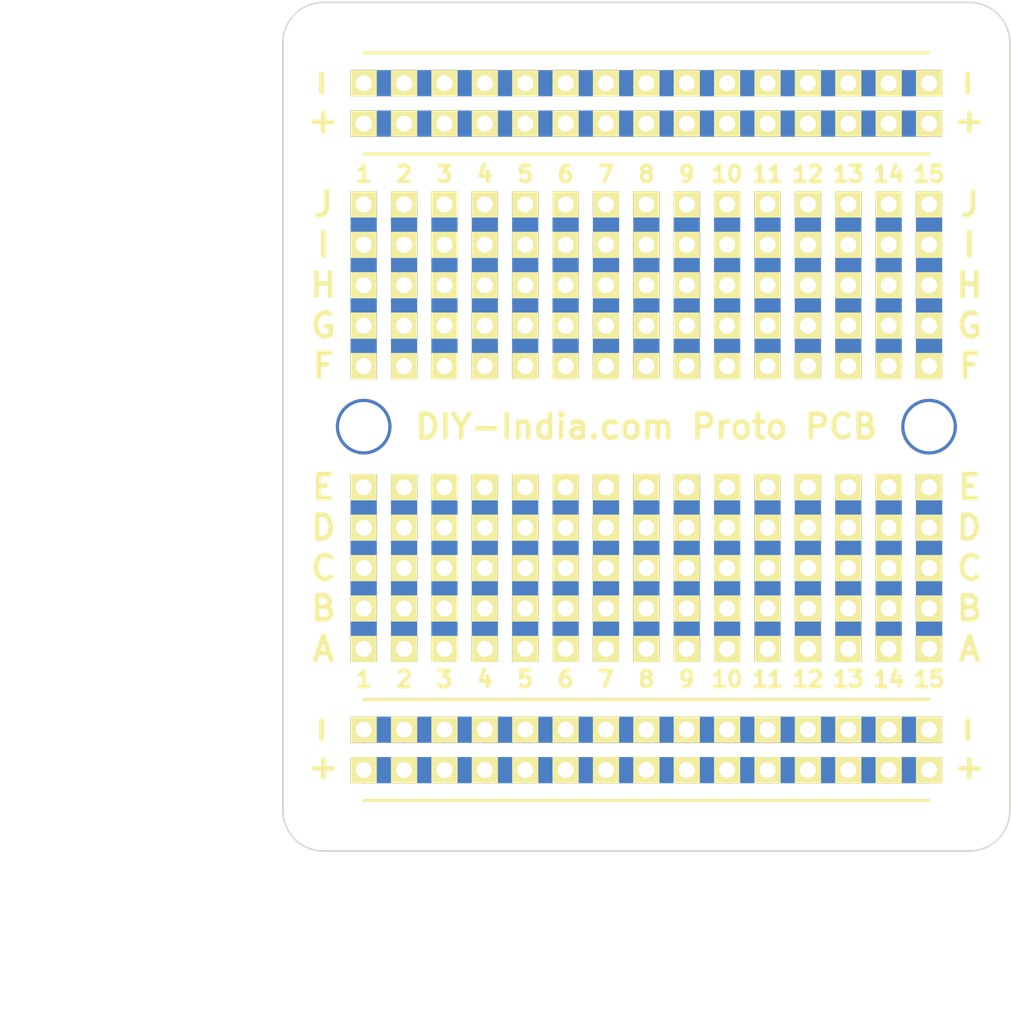
<source format=kicad_pcb>
(kicad_pcb (version 4) (host pcbnew 4.0.1-stable)

  (general
    (links 176)
    (no_connects 0)
    (area 82.170002 63.449999 158.4074 129.7)
    (thickness 1.6)
    (drawings 73)
    (tracks 176)
    (zones 0)
    (modules 16)
    (nets 35)
  )

  (page A4)
  (title_block
    (title "DIYI PROTOTYPING PCB")
    (date 2016-01-31)
    (rev A)
    (company ASENSAR)
  )

  (layers
    (0 F.Cu signal)
    (31 B.Cu signal)
    (36 B.SilkS user)
    (37 F.SilkS user)
    (38 B.Mask user)
    (39 F.Mask user)
    (40 Dwgs.User user)
    (41 Cmts.User user)
    (44 Edge.Cuts user)
  )

  (setup
    (last_trace_width 1.65)
    (user_trace_width 0.5)
    (user_trace_width 1.5)
    (user_trace_width 1.6)
    (user_trace_width 1.65)
    (trace_clearance 0.1524)
    (zone_clearance 0.508)
    (zone_45_only no)
    (trace_min 0.1524)
    (segment_width 0.2)
    (edge_width 0.1)
    (via_size 0.6858)
    (via_drill 0.3302)
    (via_min_size 0.6858)
    (via_min_drill 0.3302)
    (uvia_size 0.762)
    (uvia_drill 0.508)
    (uvias_allowed no)
    (uvia_min_size 0)
    (uvia_min_drill 0)
    (pcb_text_width 0.3)
    (pcb_text_size 1.5 1.5)
    (mod_edge_width 0.15)
    (mod_text_size 1 1)
    (mod_text_width 0.15)
    (pad_size 3.5 3.5)
    (pad_drill 3.1)
    (pad_to_mask_clearance 0)
    (aux_axis_origin 0 0)
    (visible_elements 7FFFFFFF)
    (pcbplotparams
      (layerselection 0x010f0_80000001)
      (usegerberextensions true)
      (excludeedgelayer true)
      (linewidth 0.100000)
      (plotframeref false)
      (viasonmask false)
      (mode 1)
      (useauxorigin false)
      (hpglpennumber 1)
      (hpglpenspeed 20)
      (hpglpendiameter 15)
      (hpglpenoverlay 2)
      (psnegative false)
      (psa4output false)
      (plotreference true)
      (plotvalue true)
      (plotinvisibletext false)
      (padsonsilk false)
      (subtractmaskfromsilk false)
      (outputformat 1)
      (mirror false)
      (drillshape 0)
      (scaleselection 1)
      (outputdirectory protoboard_s_2/))
  )

  (net 0 "")
  (net 1 "Net-(P1-Pad1)")
  (net 2 "Net-(P2-Pad1)")
  (net 3 "Net-(P3-Pad14)")
  (net 4 "Net-(P3-Pad13)")
  (net 5 "Net-(P3-Pad12)")
  (net 6 "Net-(P3-Pad11)")
  (net 7 "Net-(P3-Pad10)")
  (net 8 "Net-(P3-Pad9)")
  (net 9 "Net-(P3-Pad8)")
  (net 10 "Net-(P3-Pad7)")
  (net 11 "Net-(P3-Pad6)")
  (net 12 "Net-(P3-Pad5)")
  (net 13 "Net-(P3-Pad4)")
  (net 14 "Net-(P3-Pad3)")
  (net 15 "Net-(P3-Pad2)")
  (net 16 "Net-(P3-Pad1)")
  (net 17 "Net-(P8-Pad1)")
  (net 18 "Net-(P9-Pad1)")
  (net 19 "Net-(P10-Pad14)")
  (net 20 "Net-(P10-Pad13)")
  (net 21 "Net-(P10-Pad12)")
  (net 22 "Net-(P10-Pad11)")
  (net 23 "Net-(P10-Pad10)")
  (net 24 "Net-(P10-Pad9)")
  (net 25 "Net-(P10-Pad8)")
  (net 26 "Net-(P10-Pad7)")
  (net 27 "Net-(P10-Pad6)")
  (net 28 "Net-(P10-Pad5)")
  (net 29 "Net-(P10-Pad4)")
  (net 30 "Net-(P10-Pad3)")
  (net 31 "Net-(P10-Pad2)")
  (net 32 "Net-(P10-Pad1)")
  (net 33 "Net-(P3-Pad15)")
  (net 34 "Net-(P10-Pad15)")

  (net_class Default "This is the default net class."
    (clearance 0.1524)
    (trace_width 0.1524)
    (via_dia 0.6858)
    (via_drill 0.3302)
    (uvia_dia 0.762)
    (uvia_drill 0.508)
    (add_net "Net-(P1-Pad1)")
    (add_net "Net-(P10-Pad1)")
    (add_net "Net-(P10-Pad10)")
    (add_net "Net-(P10-Pad11)")
    (add_net "Net-(P10-Pad12)")
    (add_net "Net-(P10-Pad13)")
    (add_net "Net-(P10-Pad14)")
    (add_net "Net-(P10-Pad15)")
    (add_net "Net-(P10-Pad2)")
    (add_net "Net-(P10-Pad3)")
    (add_net "Net-(P10-Pad4)")
    (add_net "Net-(P10-Pad5)")
    (add_net "Net-(P10-Pad6)")
    (add_net "Net-(P10-Pad7)")
    (add_net "Net-(P10-Pad8)")
    (add_net "Net-(P10-Pad9)")
    (add_net "Net-(P2-Pad1)")
    (add_net "Net-(P3-Pad1)")
    (add_net "Net-(P3-Pad10)")
    (add_net "Net-(P3-Pad11)")
    (add_net "Net-(P3-Pad12)")
    (add_net "Net-(P3-Pad13)")
    (add_net "Net-(P3-Pad14)")
    (add_net "Net-(P3-Pad15)")
    (add_net "Net-(P3-Pad2)")
    (add_net "Net-(P3-Pad3)")
    (add_net "Net-(P3-Pad4)")
    (add_net "Net-(P3-Pad5)")
    (add_net "Net-(P3-Pad6)")
    (add_net "Net-(P3-Pad7)")
    (add_net "Net-(P3-Pad8)")
    (add_net "Net-(P3-Pad9)")
    (add_net "Net-(P8-Pad1)")
    (add_net "Net-(P9-Pad1)")
  )

  (module aSensar:Mount_Hole_3mm (layer F.Cu) (tedit 57B3521D) (tstamp 56ADF6F0)
    (at 140.97 90.17 90)
    (descr "module 1 pin (ou trou mecanique de percage)")
    (tags DEV)
    (fp_text reference "" (at 0 -3.048 90) (layer F.SilkS) hide
      (effects (font (size 1 1) (thickness 0.15)))
    )
    (fp_text value "" (at 0 2.794 90) (layer F.Fab) hide
      (effects (font (size 1 1) (thickness 0.15)))
    )
    (pad 1 thru_hole circle (at 0 0 90) (size 3.5 3.5) (drill 3.1) (layers *.Cu *.Paste *.Mask))
  )

  (module aSensar:Mount_Hole_3mm (layer F.Cu) (tedit 57B35213) (tstamp 56ADF504)
    (at 105.41 90.17 90)
    (descr "module 1 pin (ou trou mecanique de percage)")
    (tags DEV)
    (fp_text reference "" (at 0 -3.048 90) (layer F.SilkS) hide
      (effects (font (size 1 1) (thickness 0.15)))
    )
    (fp_text value "" (at 0 2.794 90) (layer F.Fab) hide
      (effects (font (size 1 1) (thickness 0.15)))
    )
    (pad 1 thru_hole circle (at 0 0 90) (size 3.5 3.5) (drill 3.1) (layers *.Cu *.Paste *.Mask))
  )

  (module aSensar_Footprint:BreadBoard_15Pin (layer F.Cu) (tedit 5749A586) (tstamp 56ADE885)
    (at 140.97 109.22 90)
    (path /56ADDEB1)
    (fp_text reference P1 (at -7.62 11.43 90) (layer F.SilkS) hide
      (effects (font (size 1 1) (thickness 0.15)))
    )
    (fp_text value CONN_01X15 (at -5.08 16.51 90) (layer F.Fab) hide
      (effects (font (size 1 1) (thickness 0.15)))
    )
    (pad 15 thru_hole rect (at 0 -35.56 90) (size 1.65 1.65) (drill 1) (layers *.Cu *.Mask F.SilkS)
      (net 1 "Net-(P1-Pad1)"))
    (pad 14 thru_hole rect (at 0 -33.02 90) (size 1.65 1.65) (drill 1) (layers *.Cu *.Mask F.SilkS)
      (net 1 "Net-(P1-Pad1)"))
    (pad 13 thru_hole rect (at 0 -30.48 90) (size 1.65 1.65) (drill 1) (layers *.Cu *.Mask F.SilkS)
      (net 1 "Net-(P1-Pad1)"))
    (pad 12 thru_hole rect (at 0 -27.94 90) (size 1.65 1.65) (drill 1) (layers *.Cu *.Mask F.SilkS)
      (net 1 "Net-(P1-Pad1)"))
    (pad 11 thru_hole rect (at 0 -25.4 90) (size 1.65 1.65) (drill 1) (layers *.Cu *.Mask F.SilkS)
      (net 1 "Net-(P1-Pad1)"))
    (pad 10 thru_hole rect (at 0 -22.86 90) (size 1.65 1.65) (drill 1) (layers *.Cu *.Mask F.SilkS)
      (net 1 "Net-(P1-Pad1)"))
    (pad 9 thru_hole rect (at 0 -20.32 90) (size 1.65 1.65) (drill 1) (layers *.Cu *.Mask F.SilkS)
      (net 1 "Net-(P1-Pad1)"))
    (pad 8 thru_hole rect (at 0 -17.78 90) (size 1.65 1.65) (drill 1) (layers *.Cu *.Mask F.SilkS)
      (net 1 "Net-(P1-Pad1)"))
    (pad 7 thru_hole rect (at 0 -15.24 90) (size 1.65 1.65) (drill 1) (layers *.Cu *.Mask F.SilkS)
      (net 1 "Net-(P1-Pad1)"))
    (pad 6 thru_hole rect (at 0 -12.7 90) (size 1.65 1.65) (drill 1) (layers *.Cu *.Mask F.SilkS)
      (net 1 "Net-(P1-Pad1)"))
    (pad 5 thru_hole rect (at 0 -10.16 90) (size 1.65 1.65) (drill 1) (layers *.Cu *.Mask F.SilkS)
      (net 1 "Net-(P1-Pad1)"))
    (pad 4 thru_hole rect (at 0 -7.62 90) (size 1.65 1.65) (drill 1) (layers *.Cu *.Mask F.SilkS)
      (net 1 "Net-(P1-Pad1)"))
    (pad 3 thru_hole rect (at 0 -5.08 90) (size 1.65 1.65) (drill 1) (layers *.Cu *.Mask F.SilkS)
      (net 1 "Net-(P1-Pad1)"))
    (pad 2 thru_hole rect (at 0 -2.54 90) (size 1.65 1.65) (drill 1) (layers *.Cu *.Mask F.SilkS)
      (net 1 "Net-(P1-Pad1)"))
    (pad 1 thru_hole rect (at 0 0 90) (size 1.65 1.65) (drill 1) (layers *.Cu *.Mask F.SilkS)
      (net 1 "Net-(P1-Pad1)"))
  )

  (module aSensar_Footprint:BreadBoard_15Pin (layer F.Cu) (tedit 5749A576) (tstamp 56ADE898)
    (at 140.97 111.76 90)
    (path /56ADDEEF)
    (fp_text reference P2 (at -3.81 13.97 90) (layer F.SilkS) hide
      (effects (font (size 1 1) (thickness 0.15)))
    )
    (fp_text value CONN_01X15 (at -5.08 16.51 90) (layer F.Fab) hide
      (effects (font (size 1 1) (thickness 0.15)))
    )
    (pad 15 thru_hole rect (at 0 -35.56 90) (size 1.65 1.65) (drill 1) (layers *.Cu *.Mask F.SilkS)
      (net 2 "Net-(P2-Pad1)"))
    (pad 14 thru_hole rect (at 0 -33.02 90) (size 1.65 1.65) (drill 1) (layers *.Cu *.Mask F.SilkS)
      (net 2 "Net-(P2-Pad1)"))
    (pad 13 thru_hole rect (at 0 -30.48 90) (size 1.65 1.65) (drill 1) (layers *.Cu *.Mask F.SilkS)
      (net 2 "Net-(P2-Pad1)"))
    (pad 12 thru_hole rect (at 0 -27.94 90) (size 1.65 1.65) (drill 1) (layers *.Cu *.Mask F.SilkS)
      (net 2 "Net-(P2-Pad1)"))
    (pad 11 thru_hole rect (at 0 -25.4 90) (size 1.65 1.65) (drill 1) (layers *.Cu *.Mask F.SilkS)
      (net 2 "Net-(P2-Pad1)"))
    (pad 10 thru_hole rect (at 0 -22.86 90) (size 1.65 1.65) (drill 1) (layers *.Cu *.Mask F.SilkS)
      (net 2 "Net-(P2-Pad1)"))
    (pad 9 thru_hole rect (at 0 -20.32 90) (size 1.65 1.65) (drill 1) (layers *.Cu *.Mask F.SilkS)
      (net 2 "Net-(P2-Pad1)"))
    (pad 8 thru_hole rect (at 0 -17.78 90) (size 1.65 1.65) (drill 1) (layers *.Cu *.Mask F.SilkS)
      (net 2 "Net-(P2-Pad1)"))
    (pad 7 thru_hole rect (at 0 -15.24 90) (size 1.65 1.65) (drill 1) (layers *.Cu *.Mask F.SilkS)
      (net 2 "Net-(P2-Pad1)"))
    (pad 6 thru_hole rect (at 0 -12.7 90) (size 1.65 1.65) (drill 1) (layers *.Cu *.Mask F.SilkS)
      (net 2 "Net-(P2-Pad1)"))
    (pad 5 thru_hole rect (at 0 -10.16 90) (size 1.65 1.65) (drill 1) (layers *.Cu *.Mask F.SilkS)
      (net 2 "Net-(P2-Pad1)"))
    (pad 4 thru_hole rect (at 0 -7.62 90) (size 1.65 1.65) (drill 1) (layers *.Cu *.Mask F.SilkS)
      (net 2 "Net-(P2-Pad1)"))
    (pad 3 thru_hole rect (at 0 -5.08 90) (size 1.65 1.65) (drill 1) (layers *.Cu *.Mask F.SilkS)
      (net 2 "Net-(P2-Pad1)"))
    (pad 2 thru_hole rect (at 0 -2.54 90) (size 1.65 1.65) (drill 1) (layers *.Cu *.Mask F.SilkS)
      (net 2 "Net-(P2-Pad1)"))
    (pad 1 thru_hole rect (at 0 0 90) (size 1.65 1.65) (drill 1) (layers *.Cu *.Mask F.SilkS)
      (net 2 "Net-(P2-Pad1)"))
  )

  (module aSensar_Footprint:BreadBoard_15Pin (layer F.Cu) (tedit 5749A584) (tstamp 56ADE8AB)
    (at 140.97 83.82 90)
    (path /56ADDDB0)
    (fp_text reference P3 (at -12.7 13.97 90) (layer F.SilkS) hide
      (effects (font (size 1 1) (thickness 0.15)))
    )
    (fp_text value CONN_01X15 (at -5.08 16.51 90) (layer F.Fab) hide
      (effects (font (size 1 1) (thickness 0.15)))
    )
    (pad 15 thru_hole rect (at 0 -35.56 90) (size 1.65 1.65) (drill 1) (layers *.Cu *.Mask F.SilkS)
      (net 33 "Net-(P3-Pad15)"))
    (pad 14 thru_hole rect (at 0 -33.02 90) (size 1.65 1.65) (drill 1) (layers *.Cu *.Mask F.SilkS)
      (net 3 "Net-(P3-Pad14)"))
    (pad 13 thru_hole rect (at 0 -30.48 90) (size 1.65 1.65) (drill 1) (layers *.Cu *.Mask F.SilkS)
      (net 4 "Net-(P3-Pad13)"))
    (pad 12 thru_hole rect (at 0 -27.94 90) (size 1.65 1.65) (drill 1) (layers *.Cu *.Mask F.SilkS)
      (net 5 "Net-(P3-Pad12)"))
    (pad 11 thru_hole rect (at 0 -25.4 90) (size 1.65 1.65) (drill 1) (layers *.Cu *.Mask F.SilkS)
      (net 6 "Net-(P3-Pad11)"))
    (pad 10 thru_hole rect (at 0 -22.86 90) (size 1.65 1.65) (drill 1) (layers *.Cu *.Mask F.SilkS)
      (net 7 "Net-(P3-Pad10)"))
    (pad 9 thru_hole rect (at 0 -20.32 90) (size 1.65 1.65) (drill 1) (layers *.Cu *.Mask F.SilkS)
      (net 8 "Net-(P3-Pad9)"))
    (pad 8 thru_hole rect (at 0 -17.78 90) (size 1.65 1.65) (drill 1) (layers *.Cu *.Mask F.SilkS)
      (net 9 "Net-(P3-Pad8)"))
    (pad 7 thru_hole rect (at 0 -15.24 90) (size 1.65 1.65) (drill 1) (layers *.Cu *.Mask F.SilkS)
      (net 10 "Net-(P3-Pad7)"))
    (pad 6 thru_hole rect (at 0 -12.7 90) (size 1.65 1.65) (drill 1) (layers *.Cu *.Mask F.SilkS)
      (net 11 "Net-(P3-Pad6)"))
    (pad 5 thru_hole rect (at 0 -10.16 90) (size 1.65 1.65) (drill 1) (layers *.Cu *.Mask F.SilkS)
      (net 12 "Net-(P3-Pad5)"))
    (pad 4 thru_hole rect (at 0 -7.62 90) (size 1.65 1.65) (drill 1) (layers *.Cu *.Mask F.SilkS)
      (net 13 "Net-(P3-Pad4)"))
    (pad 3 thru_hole rect (at 0 -5.08 90) (size 1.65 1.65) (drill 1) (layers *.Cu *.Mask F.SilkS)
      (net 14 "Net-(P3-Pad3)"))
    (pad 2 thru_hole rect (at 0 -2.54 90) (size 1.65 1.65) (drill 1) (layers *.Cu *.Mask F.SilkS)
      (net 15 "Net-(P3-Pad2)"))
    (pad 1 thru_hole rect (at 0 0 90) (size 1.65 1.65) (drill 1) (layers *.Cu *.Mask F.SilkS)
      (net 16 "Net-(P3-Pad1)"))
  )

  (module aSensar_Footprint:BreadBoard_15Pin (layer F.Cu) (tedit 5749A582) (tstamp 56ADE8BE)
    (at 140.97 86.36 90)
    (path /56ADDE0D)
    (fp_text reference P4 (at -10.16 13.97 90) (layer F.SilkS) hide
      (effects (font (size 1 1) (thickness 0.15)))
    )
    (fp_text value CONN_01X15 (at -5.08 16.51 90) (layer F.Fab) hide
      (effects (font (size 1 1) (thickness 0.15)))
    )
    (pad 15 thru_hole rect (at 0 -35.56 90) (size 1.65 1.65) (drill 1) (layers *.Cu *.Mask F.SilkS)
      (net 33 "Net-(P3-Pad15)"))
    (pad 14 thru_hole rect (at 0 -33.02 90) (size 1.65 1.65) (drill 1) (layers *.Cu *.Mask F.SilkS)
      (net 3 "Net-(P3-Pad14)"))
    (pad 13 thru_hole rect (at 0 -30.48 90) (size 1.65 1.65) (drill 1) (layers *.Cu *.Mask F.SilkS)
      (net 4 "Net-(P3-Pad13)"))
    (pad 12 thru_hole rect (at 0 -27.94 90) (size 1.65 1.65) (drill 1) (layers *.Cu *.Mask F.SilkS)
      (net 5 "Net-(P3-Pad12)"))
    (pad 11 thru_hole rect (at 0 -25.4 90) (size 1.65 1.65) (drill 1) (layers *.Cu *.Mask F.SilkS)
      (net 6 "Net-(P3-Pad11)"))
    (pad 10 thru_hole rect (at 0 -22.86 90) (size 1.65 1.65) (drill 1) (layers *.Cu *.Mask F.SilkS)
      (net 7 "Net-(P3-Pad10)"))
    (pad 9 thru_hole rect (at 0 -20.32 90) (size 1.65 1.65) (drill 1) (layers *.Cu *.Mask F.SilkS)
      (net 8 "Net-(P3-Pad9)"))
    (pad 8 thru_hole rect (at 0 -17.78 90) (size 1.65 1.65) (drill 1) (layers *.Cu *.Mask F.SilkS)
      (net 9 "Net-(P3-Pad8)"))
    (pad 7 thru_hole rect (at 0 -15.24 90) (size 1.65 1.65) (drill 1) (layers *.Cu *.Mask F.SilkS)
      (net 10 "Net-(P3-Pad7)"))
    (pad 6 thru_hole rect (at 0 -12.7 90) (size 1.65 1.65) (drill 1) (layers *.Cu *.Mask F.SilkS)
      (net 11 "Net-(P3-Pad6)"))
    (pad 5 thru_hole rect (at 0 -10.16 90) (size 1.65 1.65) (drill 1) (layers *.Cu *.Mask F.SilkS)
      (net 12 "Net-(P3-Pad5)"))
    (pad 4 thru_hole rect (at 0 -7.62 90) (size 1.65 1.65) (drill 1) (layers *.Cu *.Mask F.SilkS)
      (net 13 "Net-(P3-Pad4)"))
    (pad 3 thru_hole rect (at 0 -5.08 90) (size 1.65 1.65) (drill 1) (layers *.Cu *.Mask F.SilkS)
      (net 14 "Net-(P3-Pad3)"))
    (pad 2 thru_hole rect (at 0 -2.54 90) (size 1.65 1.65) (drill 1) (layers *.Cu *.Mask F.SilkS)
      (net 15 "Net-(P3-Pad2)"))
    (pad 1 thru_hole rect (at 0 0 90) (size 1.65 1.65) (drill 1) (layers *.Cu *.Mask F.SilkS)
      (net 16 "Net-(P3-Pad1)"))
  )

  (module aSensar_Footprint:BreadBoard_15Pin (layer F.Cu) (tedit 5749A562) (tstamp 56ADE8D1)
    (at 140.97 81.28 90)
    (path /56ADDE35)
    (fp_text reference P5 (at -10.16 10.16 90) (layer F.SilkS) hide
      (effects (font (size 1 1) (thickness 0.15)))
    )
    (fp_text value CONN_01X15 (at -5.08 16.51 90) (layer F.Fab) hide
      (effects (font (size 1 1) (thickness 0.15)))
    )
    (pad 15 thru_hole rect (at 0 -35.56 90) (size 1.65 1.65) (drill 1) (layers *.Cu *.Mask F.SilkS)
      (net 33 "Net-(P3-Pad15)"))
    (pad 14 thru_hole rect (at 0 -33.02 90) (size 1.65 1.65) (drill 1) (layers *.Cu *.Mask F.SilkS)
      (net 3 "Net-(P3-Pad14)"))
    (pad 13 thru_hole rect (at 0 -30.48 90) (size 1.65 1.65) (drill 1) (layers *.Cu *.Mask F.SilkS)
      (net 4 "Net-(P3-Pad13)"))
    (pad 12 thru_hole rect (at 0 -27.94 90) (size 1.65 1.65) (drill 1) (layers *.Cu *.Mask F.SilkS)
      (net 5 "Net-(P3-Pad12)"))
    (pad 11 thru_hole rect (at 0 -25.4 90) (size 1.65 1.65) (drill 1) (layers *.Cu *.Mask F.SilkS)
      (net 6 "Net-(P3-Pad11)"))
    (pad 10 thru_hole rect (at 0 -22.86 90) (size 1.65 1.65) (drill 1) (layers *.Cu *.Mask F.SilkS)
      (net 7 "Net-(P3-Pad10)"))
    (pad 9 thru_hole rect (at 0 -20.32 90) (size 1.65 1.65) (drill 1) (layers *.Cu *.Mask F.SilkS)
      (net 8 "Net-(P3-Pad9)"))
    (pad 8 thru_hole rect (at 0 -17.78 90) (size 1.65 1.65) (drill 1) (layers *.Cu *.Mask F.SilkS)
      (net 9 "Net-(P3-Pad8)"))
    (pad 7 thru_hole rect (at 0 -15.24 90) (size 1.65 1.65) (drill 1) (layers *.Cu *.Mask F.SilkS)
      (net 10 "Net-(P3-Pad7)"))
    (pad 6 thru_hole rect (at 0 -12.7 90) (size 1.65 1.65) (drill 1) (layers *.Cu *.Mask F.SilkS)
      (net 11 "Net-(P3-Pad6)"))
    (pad 5 thru_hole rect (at 0 -10.16 90) (size 1.65 1.65) (drill 1) (layers *.Cu *.Mask F.SilkS)
      (net 12 "Net-(P3-Pad5)"))
    (pad 4 thru_hole rect (at 0 -7.62 90) (size 1.65 1.65) (drill 1) (layers *.Cu *.Mask F.SilkS)
      (net 13 "Net-(P3-Pad4)"))
    (pad 3 thru_hole rect (at 0 -5.08 90) (size 1.65 1.65) (drill 1) (layers *.Cu *.Mask F.SilkS)
      (net 14 "Net-(P3-Pad3)"))
    (pad 2 thru_hole rect (at 0 -2.54 90) (size 1.65 1.65) (drill 1) (layers *.Cu *.Mask F.SilkS)
      (net 15 "Net-(P3-Pad2)"))
    (pad 1 thru_hole rect (at 0 0 90) (size 1.65 1.65) (drill 1) (layers *.Cu *.Mask F.SilkS)
      (net 16 "Net-(P3-Pad1)"))
  )

  (module aSensar_Footprint:BreadBoard_15Pin (layer F.Cu) (tedit 5749A563) (tstamp 56ADE8E4)
    (at 140.97 78.74 90)
    (path /56ADDE60)
    (fp_text reference P6 (at -8.89 10.16 90) (layer F.SilkS) hide
      (effects (font (size 1 1) (thickness 0.15)))
    )
    (fp_text value CONN_01X15 (at -5.08 16.51 90) (layer F.Fab) hide
      (effects (font (size 1 1) (thickness 0.15)))
    )
    (pad 15 thru_hole rect (at 0 -35.56 90) (size 1.65 1.65) (drill 1) (layers *.Cu *.Mask F.SilkS)
      (net 33 "Net-(P3-Pad15)"))
    (pad 14 thru_hole rect (at 0 -33.02 90) (size 1.65 1.65) (drill 1) (layers *.Cu *.Mask F.SilkS)
      (net 3 "Net-(P3-Pad14)"))
    (pad 13 thru_hole rect (at 0 -30.48 90) (size 1.65 1.65) (drill 1) (layers *.Cu *.Mask F.SilkS)
      (net 4 "Net-(P3-Pad13)"))
    (pad 12 thru_hole rect (at 0 -27.94 90) (size 1.65 1.65) (drill 1) (layers *.Cu *.Mask F.SilkS)
      (net 5 "Net-(P3-Pad12)"))
    (pad 11 thru_hole rect (at 0 -25.4 90) (size 1.65 1.65) (drill 1) (layers *.Cu *.Mask F.SilkS)
      (net 6 "Net-(P3-Pad11)"))
    (pad 10 thru_hole rect (at 0 -22.86 90) (size 1.65 1.65) (drill 1) (layers *.Cu *.Mask F.SilkS)
      (net 7 "Net-(P3-Pad10)"))
    (pad 9 thru_hole rect (at 0 -20.32 90) (size 1.65 1.65) (drill 1) (layers *.Cu *.Mask F.SilkS)
      (net 8 "Net-(P3-Pad9)"))
    (pad 8 thru_hole rect (at 0 -17.78 90) (size 1.65 1.65) (drill 1) (layers *.Cu *.Mask F.SilkS)
      (net 9 "Net-(P3-Pad8)"))
    (pad 7 thru_hole rect (at 0 -15.24 90) (size 1.65 1.65) (drill 1) (layers *.Cu *.Mask F.SilkS)
      (net 10 "Net-(P3-Pad7)"))
    (pad 6 thru_hole rect (at 0 -12.7 90) (size 1.65 1.65) (drill 1) (layers *.Cu *.Mask F.SilkS)
      (net 11 "Net-(P3-Pad6)"))
    (pad 5 thru_hole rect (at 0 -10.16 90) (size 1.65 1.65) (drill 1) (layers *.Cu *.Mask F.SilkS)
      (net 12 "Net-(P3-Pad5)"))
    (pad 4 thru_hole rect (at 0 -7.62 90) (size 1.65 1.65) (drill 1) (layers *.Cu *.Mask F.SilkS)
      (net 13 "Net-(P3-Pad4)"))
    (pad 3 thru_hole rect (at 0 -5.08 90) (size 1.65 1.65) (drill 1) (layers *.Cu *.Mask F.SilkS)
      (net 14 "Net-(P3-Pad3)"))
    (pad 2 thru_hole rect (at 0 -2.54 90) (size 1.65 1.65) (drill 1) (layers *.Cu *.Mask F.SilkS)
      (net 15 "Net-(P3-Pad2)"))
    (pad 1 thru_hole rect (at 0 0 90) (size 1.65 1.65) (drill 1) (layers *.Cu *.Mask F.SilkS)
      (net 16 "Net-(P3-Pad1)"))
  )

  (module aSensar_Footprint:BreadBoard_15Pin (layer F.Cu) (tedit 5749A56B) (tstamp 56ADE8F7)
    (at 140.97 76.2 90)
    (path /56ADDE86)
    (fp_text reference P7 (at -10.16 11.43 90) (layer F.SilkS) hide
      (effects (font (size 1 1) (thickness 0.15)))
    )
    (fp_text value CONN_01X15 (at -5.08 16.51 90) (layer F.Fab) hide
      (effects (font (size 1 1) (thickness 0.15)))
    )
    (pad 15 thru_hole rect (at 0 -35.56 90) (size 1.65 1.65) (drill 1) (layers *.Cu *.Mask F.SilkS)
      (net 33 "Net-(P3-Pad15)"))
    (pad 14 thru_hole rect (at 0 -33.02 90) (size 1.65 1.65) (drill 1) (layers *.Cu *.Mask F.SilkS)
      (net 3 "Net-(P3-Pad14)"))
    (pad 13 thru_hole rect (at 0 -30.48 90) (size 1.65 1.65) (drill 1) (layers *.Cu *.Mask F.SilkS)
      (net 4 "Net-(P3-Pad13)"))
    (pad 12 thru_hole rect (at 0 -27.94 90) (size 1.65 1.65) (drill 1) (layers *.Cu *.Mask F.SilkS)
      (net 5 "Net-(P3-Pad12)"))
    (pad 11 thru_hole rect (at 0 -25.4 90) (size 1.65 1.65) (drill 1) (layers *.Cu *.Mask F.SilkS)
      (net 6 "Net-(P3-Pad11)"))
    (pad 10 thru_hole rect (at 0 -22.86 90) (size 1.65 1.65) (drill 1) (layers *.Cu *.Mask F.SilkS)
      (net 7 "Net-(P3-Pad10)"))
    (pad 9 thru_hole rect (at 0 -20.32 90) (size 1.65 1.65) (drill 1) (layers *.Cu *.Mask F.SilkS)
      (net 8 "Net-(P3-Pad9)"))
    (pad 8 thru_hole rect (at 0 -17.78 90) (size 1.65 1.65) (drill 1) (layers *.Cu *.Mask F.SilkS)
      (net 9 "Net-(P3-Pad8)"))
    (pad 7 thru_hole rect (at 0 -15.24 90) (size 1.65 1.65) (drill 1) (layers *.Cu *.Mask F.SilkS)
      (net 10 "Net-(P3-Pad7)"))
    (pad 6 thru_hole rect (at 0 -12.7 90) (size 1.65 1.65) (drill 1) (layers *.Cu *.Mask F.SilkS)
      (net 11 "Net-(P3-Pad6)"))
    (pad 5 thru_hole rect (at 0 -10.16 90) (size 1.65 1.65) (drill 1) (layers *.Cu *.Mask F.SilkS)
      (net 12 "Net-(P3-Pad5)"))
    (pad 4 thru_hole rect (at 0 -7.62 90) (size 1.65 1.65) (drill 1) (layers *.Cu *.Mask F.SilkS)
      (net 13 "Net-(P3-Pad4)"))
    (pad 3 thru_hole rect (at 0 -5.08 90) (size 1.65 1.65) (drill 1) (layers *.Cu *.Mask F.SilkS)
      (net 14 "Net-(P3-Pad3)"))
    (pad 2 thru_hole rect (at 0 -2.54 90) (size 1.65 1.65) (drill 1) (layers *.Cu *.Mask F.SilkS)
      (net 15 "Net-(P3-Pad2)"))
    (pad 1 thru_hole rect (at 0 0 90) (size 1.65 1.65) (drill 1) (layers *.Cu *.Mask F.SilkS)
      (net 16 "Net-(P3-Pad1)"))
  )

  (module aSensar_Footprint:BreadBoard_15Pin (layer F.Cu) (tedit 5749A568) (tstamp 56ADE90A)
    (at 140.97 71.12 90)
    (path /56ADDF4D)
    (fp_text reference P8 (at -11.43 11.43 90) (layer F.SilkS) hide
      (effects (font (size 1 1) (thickness 0.15)))
    )
    (fp_text value CONN_01X15 (at -5.08 16.51 90) (layer F.Fab) hide
      (effects (font (size 1 1) (thickness 0.15)))
    )
    (pad 15 thru_hole rect (at 0 -35.56 90) (size 1.65 1.65) (drill 1) (layers *.Cu *.Mask F.SilkS)
      (net 17 "Net-(P8-Pad1)"))
    (pad 14 thru_hole rect (at 0 -33.02 90) (size 1.65 1.65) (drill 1) (layers *.Cu *.Mask F.SilkS)
      (net 17 "Net-(P8-Pad1)"))
    (pad 13 thru_hole rect (at 0 -30.48 90) (size 1.65 1.65) (drill 1) (layers *.Cu *.Mask F.SilkS)
      (net 17 "Net-(P8-Pad1)"))
    (pad 12 thru_hole rect (at 0 -27.94 90) (size 1.65 1.65) (drill 1) (layers *.Cu *.Mask F.SilkS)
      (net 17 "Net-(P8-Pad1)"))
    (pad 11 thru_hole rect (at 0 -25.4 90) (size 1.65 1.65) (drill 1) (layers *.Cu *.Mask F.SilkS)
      (net 17 "Net-(P8-Pad1)"))
    (pad 10 thru_hole rect (at 0 -22.86 90) (size 1.65 1.65) (drill 1) (layers *.Cu *.Mask F.SilkS)
      (net 17 "Net-(P8-Pad1)"))
    (pad 9 thru_hole rect (at 0 -20.32 90) (size 1.65 1.65) (drill 1) (layers *.Cu *.Mask F.SilkS)
      (net 17 "Net-(P8-Pad1)"))
    (pad 8 thru_hole rect (at 0 -17.78 90) (size 1.65 1.65) (drill 1) (layers *.Cu *.Mask F.SilkS)
      (net 17 "Net-(P8-Pad1)"))
    (pad 7 thru_hole rect (at 0 -15.24 90) (size 1.65 1.65) (drill 1) (layers *.Cu *.Mask F.SilkS)
      (net 17 "Net-(P8-Pad1)"))
    (pad 6 thru_hole rect (at 0 -12.7 90) (size 1.65 1.65) (drill 1) (layers *.Cu *.Mask F.SilkS)
      (net 17 "Net-(P8-Pad1)"))
    (pad 5 thru_hole rect (at 0 -10.16 90) (size 1.65 1.65) (drill 1) (layers *.Cu *.Mask F.SilkS)
      (net 17 "Net-(P8-Pad1)"))
    (pad 4 thru_hole rect (at 0 -7.62 90) (size 1.65 1.65) (drill 1) (layers *.Cu *.Mask F.SilkS)
      (net 17 "Net-(P8-Pad1)"))
    (pad 3 thru_hole rect (at 0 -5.08 90) (size 1.65 1.65) (drill 1) (layers *.Cu *.Mask F.SilkS)
      (net 17 "Net-(P8-Pad1)"))
    (pad 2 thru_hole rect (at 0 -2.54 90) (size 1.65 1.65) (drill 1) (layers *.Cu *.Mask F.SilkS)
      (net 17 "Net-(P8-Pad1)"))
    (pad 1 thru_hole rect (at 0 0 90) (size 1.65 1.65) (drill 1) (layers *.Cu *.Mask F.SilkS)
      (net 17 "Net-(P8-Pad1)"))
  )

  (module aSensar_Footprint:BreadBoard_15Pin (layer F.Cu) (tedit 5749A56D) (tstamp 56ADE91D)
    (at 140.97 68.58 90)
    (path /56ADDF81)
    (fp_text reference P9 (at -10.16 11.43 90) (layer F.SilkS) hide
      (effects (font (size 1 1) (thickness 0.15)))
    )
    (fp_text value CONN_01X15 (at -5.08 16.51 90) (layer F.Fab) hide
      (effects (font (size 1 1) (thickness 0.15)))
    )
    (pad 15 thru_hole rect (at 0 -35.56 90) (size 1.65 1.65) (drill 1) (layers *.Cu *.Mask F.SilkS)
      (net 18 "Net-(P9-Pad1)"))
    (pad 14 thru_hole rect (at 0 -33.02 90) (size 1.65 1.65) (drill 1) (layers *.Cu *.Mask F.SilkS)
      (net 18 "Net-(P9-Pad1)"))
    (pad 13 thru_hole rect (at 0 -30.48 90) (size 1.65 1.65) (drill 1) (layers *.Cu *.Mask F.SilkS)
      (net 18 "Net-(P9-Pad1)"))
    (pad 12 thru_hole rect (at 0 -27.94 90) (size 1.65 1.65) (drill 1) (layers *.Cu *.Mask F.SilkS)
      (net 18 "Net-(P9-Pad1)"))
    (pad 11 thru_hole rect (at 0 -25.4 90) (size 1.65 1.65) (drill 1) (layers *.Cu *.Mask F.SilkS)
      (net 18 "Net-(P9-Pad1)"))
    (pad 10 thru_hole rect (at 0 -22.86 90) (size 1.65 1.65) (drill 1) (layers *.Cu *.Mask F.SilkS)
      (net 18 "Net-(P9-Pad1)"))
    (pad 9 thru_hole rect (at 0 -20.32 90) (size 1.65 1.65) (drill 1) (layers *.Cu *.Mask F.SilkS)
      (net 18 "Net-(P9-Pad1)"))
    (pad 8 thru_hole rect (at 0 -17.78 90) (size 1.65 1.65) (drill 1) (layers *.Cu *.Mask F.SilkS)
      (net 18 "Net-(P9-Pad1)"))
    (pad 7 thru_hole rect (at 0 -15.24 90) (size 1.65 1.65) (drill 1) (layers *.Cu *.Mask F.SilkS)
      (net 18 "Net-(P9-Pad1)"))
    (pad 6 thru_hole rect (at 0 -12.7 90) (size 1.65 1.65) (drill 1) (layers *.Cu *.Mask F.SilkS)
      (net 18 "Net-(P9-Pad1)"))
    (pad 5 thru_hole rect (at 0 -10.16 90) (size 1.65 1.65) (drill 1) (layers *.Cu *.Mask F.SilkS)
      (net 18 "Net-(P9-Pad1)"))
    (pad 4 thru_hole rect (at 0 -7.62 90) (size 1.65 1.65) (drill 1) (layers *.Cu *.Mask F.SilkS)
      (net 18 "Net-(P9-Pad1)"))
    (pad 3 thru_hole rect (at 0 -5.08 90) (size 1.65 1.65) (drill 1) (layers *.Cu *.Mask F.SilkS)
      (net 18 "Net-(P9-Pad1)"))
    (pad 2 thru_hole rect (at 0 -2.54 90) (size 1.65 1.65) (drill 1) (layers *.Cu *.Mask F.SilkS)
      (net 18 "Net-(P9-Pad1)"))
    (pad 1 thru_hole rect (at 0 0 90) (size 1.65 1.65) (drill 1) (layers *.Cu *.Mask F.SilkS)
      (net 18 "Net-(P9-Pad1)"))
  )

  (module aSensar_Footprint:BreadBoard_15Pin (layer F.Cu) (tedit 5749A572) (tstamp 56ADE930)
    (at 140.97 93.98 90)
    (path /56AE0C0B)
    (fp_text reference P10 (at -1.27 10.16 90) (layer F.SilkS) hide
      (effects (font (size 1 1) (thickness 0.15)))
    )
    (fp_text value CONN_01X15 (at -5.08 16.51 90) (layer F.Fab) hide
      (effects (font (size 1 1) (thickness 0.15)))
    )
    (pad 15 thru_hole rect (at 0 -35.56 90) (size 1.65 1.65) (drill 1) (layers *.Cu *.Mask F.SilkS)
      (net 34 "Net-(P10-Pad15)"))
    (pad 14 thru_hole rect (at 0 -33.02 90) (size 1.65 1.65) (drill 1) (layers *.Cu *.Mask F.SilkS)
      (net 19 "Net-(P10-Pad14)"))
    (pad 13 thru_hole rect (at 0 -30.48 90) (size 1.65 1.65) (drill 1) (layers *.Cu *.Mask F.SilkS)
      (net 20 "Net-(P10-Pad13)"))
    (pad 12 thru_hole rect (at 0 -27.94 90) (size 1.65 1.65) (drill 1) (layers *.Cu *.Mask F.SilkS)
      (net 21 "Net-(P10-Pad12)"))
    (pad 11 thru_hole rect (at 0 -25.4 90) (size 1.65 1.65) (drill 1) (layers *.Cu *.Mask F.SilkS)
      (net 22 "Net-(P10-Pad11)"))
    (pad 10 thru_hole rect (at 0 -22.86 90) (size 1.65 1.65) (drill 1) (layers *.Cu *.Mask F.SilkS)
      (net 23 "Net-(P10-Pad10)"))
    (pad 9 thru_hole rect (at 0 -20.32 90) (size 1.65 1.65) (drill 1) (layers *.Cu *.Mask F.SilkS)
      (net 24 "Net-(P10-Pad9)"))
    (pad 8 thru_hole rect (at 0 -17.78 90) (size 1.65 1.65) (drill 1) (layers *.Cu *.Mask F.SilkS)
      (net 25 "Net-(P10-Pad8)"))
    (pad 7 thru_hole rect (at 0 -15.24 90) (size 1.65 1.65) (drill 1) (layers *.Cu *.Mask F.SilkS)
      (net 26 "Net-(P10-Pad7)"))
    (pad 6 thru_hole rect (at 0 -12.7 90) (size 1.65 1.65) (drill 1) (layers *.Cu *.Mask F.SilkS)
      (net 27 "Net-(P10-Pad6)"))
    (pad 5 thru_hole rect (at 0 -10.16 90) (size 1.65 1.65) (drill 1) (layers *.Cu *.Mask F.SilkS)
      (net 28 "Net-(P10-Pad5)"))
    (pad 4 thru_hole rect (at 0 -7.62 90) (size 1.65 1.65) (drill 1) (layers *.Cu *.Mask F.SilkS)
      (net 29 "Net-(P10-Pad4)"))
    (pad 3 thru_hole rect (at 0 -5.08 90) (size 1.65 1.65) (drill 1) (layers *.Cu *.Mask F.SilkS)
      (net 30 "Net-(P10-Pad3)"))
    (pad 2 thru_hole rect (at 0 -2.54 90) (size 1.65 1.65) (drill 1) (layers *.Cu *.Mask F.SilkS)
      (net 31 "Net-(P10-Pad2)"))
    (pad 1 thru_hole rect (at 0 0 90) (size 1.65 1.65) (drill 1) (layers *.Cu *.Mask F.SilkS)
      (net 32 "Net-(P10-Pad1)"))
  )

  (module aSensar_Footprint:BreadBoard_15Pin (layer F.Cu) (tedit 5749A57F) (tstamp 56ADE943)
    (at 140.97 96.52 90)
    (path /56AE0C11)
    (fp_text reference P11 (at -3.81 13.97 90) (layer F.SilkS) hide
      (effects (font (size 1 1) (thickness 0.15)))
    )
    (fp_text value CONN_01X15 (at -5.08 16.51 90) (layer F.Fab) hide
      (effects (font (size 1 1) (thickness 0.15)))
    )
    (pad 15 thru_hole rect (at 0 -35.56 90) (size 1.65 1.65) (drill 1) (layers *.Cu *.Mask F.SilkS)
      (net 34 "Net-(P10-Pad15)"))
    (pad 14 thru_hole rect (at 0 -33.02 90) (size 1.65 1.65) (drill 1) (layers *.Cu *.Mask F.SilkS)
      (net 19 "Net-(P10-Pad14)"))
    (pad 13 thru_hole rect (at 0 -30.48 90) (size 1.65 1.65) (drill 1) (layers *.Cu *.Mask F.SilkS)
      (net 20 "Net-(P10-Pad13)"))
    (pad 12 thru_hole rect (at 0 -27.94 90) (size 1.65 1.65) (drill 1) (layers *.Cu *.Mask F.SilkS)
      (net 21 "Net-(P10-Pad12)"))
    (pad 11 thru_hole rect (at 0 -25.4 90) (size 1.65 1.65) (drill 1) (layers *.Cu *.Mask F.SilkS)
      (net 22 "Net-(P10-Pad11)"))
    (pad 10 thru_hole rect (at 0 -22.86 90) (size 1.65 1.65) (drill 1) (layers *.Cu *.Mask F.SilkS)
      (net 23 "Net-(P10-Pad10)"))
    (pad 9 thru_hole rect (at 0 -20.32 90) (size 1.65 1.65) (drill 1) (layers *.Cu *.Mask F.SilkS)
      (net 24 "Net-(P10-Pad9)"))
    (pad 8 thru_hole rect (at 0 -17.78 90) (size 1.65 1.65) (drill 1) (layers *.Cu *.Mask F.SilkS)
      (net 25 "Net-(P10-Pad8)"))
    (pad 7 thru_hole rect (at 0 -15.24 90) (size 1.65 1.65) (drill 1) (layers *.Cu *.Mask F.SilkS)
      (net 26 "Net-(P10-Pad7)"))
    (pad 6 thru_hole rect (at 0 -12.7 90) (size 1.65 1.65) (drill 1) (layers *.Cu *.Mask F.SilkS)
      (net 27 "Net-(P10-Pad6)"))
    (pad 5 thru_hole rect (at 0 -10.16 90) (size 1.65 1.65) (drill 1) (layers *.Cu *.Mask F.SilkS)
      (net 28 "Net-(P10-Pad5)"))
    (pad 4 thru_hole rect (at 0 -7.62 90) (size 1.65 1.65) (drill 1) (layers *.Cu *.Mask F.SilkS)
      (net 29 "Net-(P10-Pad4)"))
    (pad 3 thru_hole rect (at 0 -5.08 90) (size 1.65 1.65) (drill 1) (layers *.Cu *.Mask F.SilkS)
      (net 30 "Net-(P10-Pad3)"))
    (pad 2 thru_hole rect (at 0 -2.54 90) (size 1.65 1.65) (drill 1) (layers *.Cu *.Mask F.SilkS)
      (net 31 "Net-(P10-Pad2)"))
    (pad 1 thru_hole rect (at 0 0 90) (size 1.65 1.65) (drill 1) (layers *.Cu *.Mask F.SilkS)
      (net 32 "Net-(P10-Pad1)"))
  )

  (module aSensar_Footprint:BreadBoard_15Pin (layer F.Cu) (tedit 5749A57C) (tstamp 56ADE956)
    (at 140.97 99.06 90)
    (path /56AE0C17)
    (fp_text reference P12 (at -5.08 12.7 90) (layer F.SilkS) hide
      (effects (font (size 1 1) (thickness 0.15)))
    )
    (fp_text value CONN_01X15 (at -5.08 16.51 90) (layer F.Fab) hide
      (effects (font (size 1 1) (thickness 0.15)))
    )
    (pad 15 thru_hole rect (at 0 -35.56 90) (size 1.65 1.65) (drill 1) (layers *.Cu *.Mask F.SilkS)
      (net 34 "Net-(P10-Pad15)"))
    (pad 14 thru_hole rect (at 0 -33.02 90) (size 1.65 1.65) (drill 1) (layers *.Cu *.Mask F.SilkS)
      (net 19 "Net-(P10-Pad14)"))
    (pad 13 thru_hole rect (at 0 -30.48 90) (size 1.65 1.65) (drill 1) (layers *.Cu *.Mask F.SilkS)
      (net 20 "Net-(P10-Pad13)"))
    (pad 12 thru_hole rect (at 0 -27.94 90) (size 1.65 1.65) (drill 1) (layers *.Cu *.Mask F.SilkS)
      (net 21 "Net-(P10-Pad12)"))
    (pad 11 thru_hole rect (at 0 -25.4 90) (size 1.65 1.65) (drill 1) (layers *.Cu *.Mask F.SilkS)
      (net 22 "Net-(P10-Pad11)"))
    (pad 10 thru_hole rect (at 0 -22.86 90) (size 1.65 1.65) (drill 1) (layers *.Cu *.Mask F.SilkS)
      (net 23 "Net-(P10-Pad10)"))
    (pad 9 thru_hole rect (at 0 -20.32 90) (size 1.65 1.65) (drill 1) (layers *.Cu *.Mask F.SilkS)
      (net 24 "Net-(P10-Pad9)"))
    (pad 8 thru_hole rect (at 0 -17.78 90) (size 1.65 1.65) (drill 1) (layers *.Cu *.Mask F.SilkS)
      (net 25 "Net-(P10-Pad8)"))
    (pad 7 thru_hole rect (at 0 -15.24 90) (size 1.65 1.65) (drill 1) (layers *.Cu *.Mask F.SilkS)
      (net 26 "Net-(P10-Pad7)"))
    (pad 6 thru_hole rect (at 0 -12.7 90) (size 1.65 1.65) (drill 1) (layers *.Cu *.Mask F.SilkS)
      (net 27 "Net-(P10-Pad6)"))
    (pad 5 thru_hole rect (at 0 -10.16 90) (size 1.65 1.65) (drill 1) (layers *.Cu *.Mask F.SilkS)
      (net 28 "Net-(P10-Pad5)"))
    (pad 4 thru_hole rect (at 0 -7.62 90) (size 1.65 1.65) (drill 1) (layers *.Cu *.Mask F.SilkS)
      (net 29 "Net-(P10-Pad4)"))
    (pad 3 thru_hole rect (at 0 -5.08 90) (size 1.65 1.65) (drill 1) (layers *.Cu *.Mask F.SilkS)
      (net 30 "Net-(P10-Pad3)"))
    (pad 2 thru_hole rect (at 0 -2.54 90) (size 1.65 1.65) (drill 1) (layers *.Cu *.Mask F.SilkS)
      (net 31 "Net-(P10-Pad2)"))
    (pad 1 thru_hole rect (at 0 0 90) (size 1.65 1.65) (drill 1) (layers *.Cu *.Mask F.SilkS)
      (net 32 "Net-(P10-Pad1)"))
  )

  (module aSensar_Footprint:BreadBoard_15Pin (layer F.Cu) (tedit 5749A577) (tstamp 56ADE969)
    (at 140.97 104.14 90)
    (path /56AE0C1D)
    (fp_text reference P13 (at -6.35 12.7 90) (layer F.SilkS) hide
      (effects (font (size 1 1) (thickness 0.15)))
    )
    (fp_text value CONN_01X15 (at -5.08 16.51 90) (layer F.Fab) hide
      (effects (font (size 1 1) (thickness 0.15)))
    )
    (pad 15 thru_hole rect (at 0 -35.56 90) (size 1.65 1.65) (drill 1) (layers *.Cu *.Mask F.SilkS)
      (net 34 "Net-(P10-Pad15)"))
    (pad 14 thru_hole rect (at 0 -33.02 90) (size 1.65 1.65) (drill 1) (layers *.Cu *.Mask F.SilkS)
      (net 19 "Net-(P10-Pad14)"))
    (pad 13 thru_hole rect (at 0 -30.48 90) (size 1.65 1.65) (drill 1) (layers *.Cu *.Mask F.SilkS)
      (net 20 "Net-(P10-Pad13)"))
    (pad 12 thru_hole rect (at 0 -27.94 90) (size 1.65 1.65) (drill 1) (layers *.Cu *.Mask F.SilkS)
      (net 21 "Net-(P10-Pad12)"))
    (pad 11 thru_hole rect (at 0 -25.4 90) (size 1.65 1.65) (drill 1) (layers *.Cu *.Mask F.SilkS)
      (net 22 "Net-(P10-Pad11)"))
    (pad 10 thru_hole rect (at 0 -22.86 90) (size 1.65 1.65) (drill 1) (layers *.Cu *.Mask F.SilkS)
      (net 23 "Net-(P10-Pad10)"))
    (pad 9 thru_hole rect (at 0 -20.32 90) (size 1.65 1.65) (drill 1) (layers *.Cu *.Mask F.SilkS)
      (net 24 "Net-(P10-Pad9)"))
    (pad 8 thru_hole rect (at 0 -17.78 90) (size 1.65 1.65) (drill 1) (layers *.Cu *.Mask F.SilkS)
      (net 25 "Net-(P10-Pad8)"))
    (pad 7 thru_hole rect (at 0 -15.24 90) (size 1.65 1.65) (drill 1) (layers *.Cu *.Mask F.SilkS)
      (net 26 "Net-(P10-Pad7)"))
    (pad 6 thru_hole rect (at 0 -12.7 90) (size 1.65 1.65) (drill 1) (layers *.Cu *.Mask F.SilkS)
      (net 27 "Net-(P10-Pad6)"))
    (pad 5 thru_hole rect (at 0 -10.16 90) (size 1.65 1.65) (drill 1) (layers *.Cu *.Mask F.SilkS)
      (net 28 "Net-(P10-Pad5)"))
    (pad 4 thru_hole rect (at 0 -7.62 90) (size 1.65 1.65) (drill 1) (layers *.Cu *.Mask F.SilkS)
      (net 29 "Net-(P10-Pad4)"))
    (pad 3 thru_hole rect (at 0 -5.08 90) (size 1.65 1.65) (drill 1) (layers *.Cu *.Mask F.SilkS)
      (net 30 "Net-(P10-Pad3)"))
    (pad 2 thru_hole rect (at 0 -2.54 90) (size 1.65 1.65) (drill 1) (layers *.Cu *.Mask F.SilkS)
      (net 31 "Net-(P10-Pad2)"))
    (pad 1 thru_hole rect (at 0 0 90) (size 1.65 1.65) (drill 1) (layers *.Cu *.Mask F.SilkS)
      (net 32 "Net-(P10-Pad1)"))
  )

  (module aSensar_Footprint:BreadBoard_15Pin (layer F.Cu) (tedit 5749A579) (tstamp 56ADE97C)
    (at 140.97 101.6 90)
    (path /56AE0C23)
    (fp_text reference P14 (at -5.08 13.97 90) (layer F.SilkS) hide
      (effects (font (size 1 1) (thickness 0.15)))
    )
    (fp_text value CONN_01X15 (at -5.08 16.51 90) (layer F.Fab) hide
      (effects (font (size 1 1) (thickness 0.15)))
    )
    (pad 15 thru_hole rect (at 0 -35.56 90) (size 1.65 1.65) (drill 1) (layers *.Cu *.Mask F.SilkS)
      (net 34 "Net-(P10-Pad15)"))
    (pad 14 thru_hole rect (at 0 -33.02 90) (size 1.65 1.65) (drill 1) (layers *.Cu *.Mask F.SilkS)
      (net 19 "Net-(P10-Pad14)"))
    (pad 13 thru_hole rect (at 0 -30.48 90) (size 1.65 1.65) (drill 1) (layers *.Cu *.Mask F.SilkS)
      (net 20 "Net-(P10-Pad13)"))
    (pad 12 thru_hole rect (at 0 -27.94 90) (size 1.65 1.65) (drill 1) (layers *.Cu *.Mask F.SilkS)
      (net 21 "Net-(P10-Pad12)"))
    (pad 11 thru_hole rect (at 0 -25.4 90) (size 1.65 1.65) (drill 1) (layers *.Cu *.Mask F.SilkS)
      (net 22 "Net-(P10-Pad11)"))
    (pad 10 thru_hole rect (at 0 -22.86 90) (size 1.65 1.65) (drill 1) (layers *.Cu *.Mask F.SilkS)
      (net 23 "Net-(P10-Pad10)"))
    (pad 9 thru_hole rect (at 0 -20.32 90) (size 1.65 1.65) (drill 1) (layers *.Cu *.Mask F.SilkS)
      (net 24 "Net-(P10-Pad9)"))
    (pad 8 thru_hole rect (at 0 -17.78 90) (size 1.65 1.65) (drill 1) (layers *.Cu *.Mask F.SilkS)
      (net 25 "Net-(P10-Pad8)"))
    (pad 7 thru_hole rect (at 0 -15.24 90) (size 1.65 1.65) (drill 1) (layers *.Cu *.Mask F.SilkS)
      (net 26 "Net-(P10-Pad7)"))
    (pad 6 thru_hole rect (at 0 -12.7 90) (size 1.65 1.65) (drill 1) (layers *.Cu *.Mask F.SilkS)
      (net 27 "Net-(P10-Pad6)"))
    (pad 5 thru_hole rect (at 0 -10.16 90) (size 1.65 1.65) (drill 1) (layers *.Cu *.Mask F.SilkS)
      (net 28 "Net-(P10-Pad5)"))
    (pad 4 thru_hole rect (at 0 -7.62 90) (size 1.65 1.65) (drill 1) (layers *.Cu *.Mask F.SilkS)
      (net 29 "Net-(P10-Pad4)"))
    (pad 3 thru_hole rect (at 0 -5.08 90) (size 1.65 1.65) (drill 1) (layers *.Cu *.Mask F.SilkS)
      (net 30 "Net-(P10-Pad3)"))
    (pad 2 thru_hole rect (at 0 -2.54 90) (size 1.65 1.65) (drill 1) (layers *.Cu *.Mask F.SilkS)
      (net 31 "Net-(P10-Pad2)"))
    (pad 1 thru_hole rect (at 0 0 90) (size 1.65 1.65) (drill 1) (layers *.Cu *.Mask F.SilkS)
      (net 32 "Net-(P10-Pad1)"))
  )

  (dimension 45.72 (width 0.3) (layer Dwgs.User)
    (gr_text "45.720 mm" (at 123.19 128.349999) (layer Dwgs.User)
      (effects (font (size 1.5 1.5) (thickness 0.3)))
    )
    (feature1 (pts (xy 146.05 119.38) (xy 146.05 129.699999)))
    (feature2 (pts (xy 100.33 119.38) (xy 100.33 129.699999)))
    (crossbar (pts (xy 100.33 126.999999) (xy 146.05 126.999999)))
    (arrow1a (pts (xy 146.05 126.999999) (xy 144.923496 127.58642)))
    (arrow1b (pts (xy 146.05 126.999999) (xy 144.923496 126.413578)))
    (arrow2a (pts (xy 100.33 126.999999) (xy 101.456504 127.58642)))
    (arrow2b (pts (xy 100.33 126.999999) (xy 101.456504 126.413578)))
  )
  (dimension 53.34 (width 0.3) (layer Dwgs.User)
    (gr_text "53.340 mm" (at 88.820001 90.17 270) (layer Dwgs.User)
      (effects (font (size 1.5 1.5) (thickness 0.3)))
    )
    (feature1 (pts (xy 97.79 116.84) (xy 87.470001 116.84)))
    (feature2 (pts (xy 97.79 63.5) (xy 87.470001 63.5)))
    (crossbar (pts (xy 90.170001 63.5) (xy 90.170001 116.84)))
    (arrow1a (pts (xy 90.170001 116.84) (xy 89.58358 115.713496)))
    (arrow1b (pts (xy 90.170001 116.84) (xy 90.756422 115.713496)))
    (arrow2a (pts (xy 90.170001 63.5) (xy 89.58358 64.626504)))
    (arrow2b (pts (xy 90.170001 63.5) (xy 90.756422 64.626504)))
  )
  (gr_text "DIY-India.com Proto PCB" (at 123.19 90.17) (layer F.SilkS)
    (effects (font (size 1.5 1.5) (thickness 0.3)))
  )
  (gr_text 15 (at 140.97 74.295) (layer F.SilkS)
    (effects (font (size 1 1) (thickness 0.25)))
  )
  (gr_text 14 (at 138.43 74.295) (layer F.SilkS)
    (effects (font (size 1 1) (thickness 0.25)))
  )
  (gr_text 13 (at 135.89 74.295) (layer F.SilkS)
    (effects (font (size 1 1) (thickness 0.25)))
  )
  (gr_text 12 (at 133.35 74.295) (layer F.SilkS)
    (effects (font (size 1 1) (thickness 0.25)))
  )
  (gr_text 11 (at 130.81 74.295) (layer F.SilkS)
    (effects (font (size 1 1) (thickness 0.25)))
  )
  (gr_text 10 (at 128.27 74.295) (layer F.SilkS)
    (effects (font (size 1 1) (thickness 0.25)))
  )
  (gr_text 9 (at 125.73 74.295) (layer F.SilkS)
    (effects (font (size 1 1) (thickness 0.25)))
  )
  (gr_text 8 (at 123.19 74.295) (layer F.SilkS)
    (effects (font (size 1 1) (thickness 0.25)))
  )
  (gr_text 7 (at 120.65 74.295) (layer F.SilkS)
    (effects (font (size 1 1) (thickness 0.25)))
  )
  (gr_text 6 (at 118.11 74.295) (layer F.SilkS)
    (effects (font (size 1 1) (thickness 0.25)))
  )
  (gr_text 5 (at 115.57 74.295) (layer F.SilkS)
    (effects (font (size 1 1) (thickness 0.25)))
  )
  (gr_text 4 (at 113.03 74.295) (layer F.SilkS)
    (effects (font (size 1 1) (thickness 0.25)))
  )
  (gr_text 3 (at 110.49 74.295) (layer F.SilkS)
    (effects (font (size 1 1) (thickness 0.25)))
  )
  (gr_text 2 (at 107.95 74.295) (layer F.SilkS)
    (effects (font (size 1 1) (thickness 0.25)))
  )
  (gr_text 1 (at 105.41 74.295) (layer F.SilkS)
    (effects (font (size 1 1) (thickness 0.25)))
  )
  (gr_text 15 (at 140.97 106.045) (layer F.SilkS)
    (effects (font (size 1 1) (thickness 0.25)))
  )
  (gr_text 14 (at 138.43 106.045) (layer F.SilkS)
    (effects (font (size 1 1) (thickness 0.25)))
  )
  (gr_text 13 (at 135.89 106.045) (layer F.SilkS)
    (effects (font (size 1 1) (thickness 0.25)))
  )
  (gr_text 12 (at 133.35 106.045) (layer F.SilkS)
    (effects (font (size 1 1) (thickness 0.25)))
  )
  (gr_text 11 (at 130.81 106.045) (layer F.SilkS)
    (effects (font (size 1 1) (thickness 0.25)))
  )
  (gr_text 10 (at 128.27 106.045) (layer F.SilkS)
    (effects (font (size 1 1) (thickness 0.25)))
  )
  (gr_text 9 (at 125.73 106.045) (layer F.SilkS)
    (effects (font (size 1 1) (thickness 0.25)))
  )
  (gr_text 8 (at 123.19 106.045) (layer F.SilkS)
    (effects (font (size 1 1) (thickness 0.25)))
  )
  (gr_text 7 (at 120.65 106.045) (layer F.SilkS)
    (effects (font (size 1 1) (thickness 0.25)))
  )
  (gr_text 6 (at 118.11 106.045) (layer F.SilkS)
    (effects (font (size 1 1) (thickness 0.25)))
  )
  (gr_text 5 (at 115.57 106.045) (layer F.SilkS)
    (effects (font (size 1 1) (thickness 0.25)))
  )
  (gr_text 4 (at 113.03 106.045) (layer F.SilkS)
    (effects (font (size 1 1) (thickness 0.25)))
  )
  (gr_text 3 (at 110.49 106.045) (layer F.SilkS)
    (effects (font (size 1 1) (thickness 0.25)))
  )
  (gr_text 2 (at 107.95 106.045) (layer F.SilkS)
    (effects (font (size 1 1) (thickness 0.25)))
  )
  (gr_text 1 (at 105.41 106.045) (layer F.SilkS)
    (effects (font (size 1 1) (thickness 0.25)))
  )
  (gr_line (start 140.97 113.665) (end 105.41 113.665) (angle 90) (layer F.SilkS) (width 0.2))
  (gr_line (start 105.41 107.315) (end 140.97 107.315) (angle 90) (layer F.SilkS) (width 0.2))
  (gr_line (start 140.97 73.025) (end 105.41 73.025) (angle 90) (layer F.SilkS) (width 0.2))
  (gr_line (start 105.41 66.675) (end 140.97 66.675) (angle 90) (layer F.SilkS) (width 0.2))
  (gr_arc (start 143.51 114.3) (end 146.05 114.3) (angle 90) (layer Edge.Cuts) (width 0.1))
  (gr_arc (start 143.51 66.04) (end 143.51 63.5) (angle 90) (layer Edge.Cuts) (width 0.1))
  (gr_arc (start 102.87 66.04) (end 100.33 66.04) (angle 90) (layer Edge.Cuts) (width 0.1))
  (gr_arc (start 102.87 114.3) (end 102.87 116.84) (angle 90) (layer Edge.Cuts) (width 0.1))
  (gr_line (start 143.51 116.84) (end 102.87 116.84) (angle 90) (layer Edge.Cuts) (width 0.1))
  (gr_line (start 146.05 66.04) (end 146.05 114.3) (angle 90) (layer Edge.Cuts) (width 0.1))
  (gr_line (start 102.87 63.5) (end 143.51 63.5) (angle 90) (layer Edge.Cuts) (width 0.1))
  (gr_line (start 100.33 114.3) (end 100.33 66.04) (angle 90) (layer Edge.Cuts) (width 0.1))
  (gr_text A (at 143.51 104.14) (layer F.SilkS) (tstamp 56ADF18B)
    (effects (font (size 1.5 1.5) (thickness 0.3)))
  )
  (gr_text B (at 143.51 101.6) (layer F.SilkS) (tstamp 56ADF18A)
    (effects (font (size 1.5 1.5) (thickness 0.3)))
  )
  (gr_text C (at 143.51 99.06) (layer F.SilkS) (tstamp 56ADF189)
    (effects (font (size 1.5 1.5) (thickness 0.3)))
  )
  (gr_text D (at 143.51 96.52) (layer F.SilkS) (tstamp 56ADF188)
    (effects (font (size 1.5 1.5) (thickness 0.3)))
  )
  (gr_text E (at 143.51 93.98) (layer F.SilkS) (tstamp 56ADF187)
    (effects (font (size 1.5 1.5) (thickness 0.3)))
  )
  (gr_text + (at 143.51 111.76 180) (layer F.SilkS) (tstamp 56ADF186)
    (effects (font (size 1.5 1.5) (thickness 0.3)))
  )
  (gr_text - (at 143.51 109.22 270) (layer F.SilkS) (tstamp 56ADF185)
    (effects (font (size 1.5 1.5) (thickness 0.3)))
  )
  (gr_text + (at 143.51 71.12 180) (layer F.SilkS) (tstamp 56ADF184)
    (effects (font (size 1.5 1.5) (thickness 0.3)))
  )
  (gr_text - (at 143.51 68.58 270) (layer F.SilkS) (tstamp 56ADF183)
    (effects (font (size 1.5 1.5) (thickness 0.3)))
  )
  (gr_text F (at 143.51 86.36) (layer F.SilkS) (tstamp 56ADF182)
    (effects (font (size 1.5 1.5) (thickness 0.3)))
  )
  (gr_text G (at 143.51 83.82) (layer F.SilkS) (tstamp 56ADF181)
    (effects (font (size 1.5 1.5) (thickness 0.3)))
  )
  (gr_text H (at 143.51 81.28) (layer F.SilkS) (tstamp 56ADF180)
    (effects (font (size 1.5 1.5) (thickness 0.3)))
  )
  (gr_text I (at 143.51 78.74) (layer F.SilkS) (tstamp 56ADF17F)
    (effects (font (size 1.5 1.5) (thickness 0.3)))
  )
  (gr_text J (at 143.51 76.2) (layer F.SilkS) (tstamp 56ADF17E)
    (effects (font (size 1.5 1.5) (thickness 0.3)))
  )
  (gr_text J (at 102.87 76.2) (layer F.SilkS)
    (effects (font (size 1.5 1.5) (thickness 0.3)))
  )
  (gr_text I (at 102.87 78.74) (layer F.SilkS)
    (effects (font (size 1.5 1.5) (thickness 0.3)))
  )
  (gr_text H (at 102.87 81.28) (layer F.SilkS)
    (effects (font (size 1.5 1.5) (thickness 0.3)))
  )
  (gr_text G (at 102.87 83.82) (layer F.SilkS)
    (effects (font (size 1.5 1.5) (thickness 0.3)))
  )
  (gr_text F (at 102.87 86.36) (layer F.SilkS)
    (effects (font (size 1.5 1.5) (thickness 0.3)))
  )
  (gr_text - (at 102.87 68.58 270) (layer F.SilkS)
    (effects (font (size 1.5 1.5) (thickness 0.3)))
  )
  (gr_text + (at 102.87 71.12 180) (layer F.SilkS)
    (effects (font (size 1.5 1.5) (thickness 0.3)))
  )
  (gr_text - (at 102.87 109.22 270) (layer F.SilkS)
    (effects (font (size 1.5 1.5) (thickness 0.3)))
  )
  (gr_text + (at 102.87 111.76 180) (layer F.SilkS)
    (effects (font (size 1.5 1.5) (thickness 0.3)))
  )
  (gr_text E (at 102.87 93.98) (layer F.SilkS)
    (effects (font (size 1.5 1.5) (thickness 0.3)))
  )
  (gr_text D (at 102.87 96.52) (layer F.SilkS)
    (effects (font (size 1.5 1.5) (thickness 0.3)))
  )
  (gr_text C (at 102.87 99.06) (layer F.SilkS)
    (effects (font (size 1.5 1.5) (thickness 0.3)))
  )
  (gr_text B (at 102.87 101.6) (layer F.SilkS)
    (effects (font (size 1.5 1.5) (thickness 0.3)))
  )
  (gr_text A (at 102.87 104.14) (layer F.SilkS)
    (effects (font (size 1.5 1.5) (thickness 0.3)))
  )

  (segment (start 140.97 109.22) (end 138.43 109.22) (width 1.65) (layer B.Cu) (net 1) (status C00000))
  (segment (start 138.43 109.22) (end 135.89 109.22) (width 1.65) (layer B.Cu) (net 1) (tstamp 57B351E2) (status C00000))
  (segment (start 135.89 109.22) (end 133.35 109.22) (width 1.65) (layer B.Cu) (net 1) (tstamp 57B351E3) (status C00000))
  (segment (start 133.35 109.22) (end 130.81 109.22) (width 1.65) (layer B.Cu) (net 1) (tstamp 57B351E4) (status C00000))
  (segment (start 130.81 109.22) (end 128.27 109.22) (width 1.65) (layer B.Cu) (net 1) (tstamp 57B351E5) (status C00000))
  (segment (start 128.27 109.22) (end 125.73 109.22) (width 1.65) (layer B.Cu) (net 1) (tstamp 57B351E6) (status C00000))
  (segment (start 125.73 109.22) (end 123.19 109.22) (width 1.65) (layer B.Cu) (net 1) (tstamp 57B351E7) (status C00000))
  (segment (start 123.19 109.22) (end 120.65 109.22) (width 1.65) (layer B.Cu) (net 1) (tstamp 57B351E8) (status C00000))
  (segment (start 120.65 109.22) (end 118.11 109.22) (width 1.65) (layer B.Cu) (net 1) (tstamp 57B351E9) (status C00000))
  (segment (start 118.11 109.22) (end 115.57 109.22) (width 1.65) (layer B.Cu) (net 1) (tstamp 57B351EA) (status C00000))
  (segment (start 115.57 109.22) (end 113.03 109.22) (width 1.65) (layer B.Cu) (net 1) (tstamp 57B351EB) (status C00000))
  (segment (start 113.03 109.22) (end 110.49 109.22) (width 1.65) (layer B.Cu) (net 1) (tstamp 57B351EC) (status C00000))
  (segment (start 110.49 109.22) (end 107.95 109.22) (width 1.65) (layer B.Cu) (net 1) (tstamp 57B351ED) (status C00000))
  (segment (start 107.95 109.22) (end 105.41 109.22) (width 1.65) (layer B.Cu) (net 1) (tstamp 57B351EE) (status C00000))
  (segment (start 105.41 111.76) (end 107.95 111.76) (width 1.65) (layer B.Cu) (net 2) (status C00000))
  (segment (start 107.95 111.76) (end 110.49 111.76) (width 1.65) (layer B.Cu) (net 2) (tstamp 57B351F1) (status C00000))
  (segment (start 110.49 111.76) (end 113.03 111.76) (width 1.65) (layer B.Cu) (net 2) (tstamp 57B351F2) (status C00000))
  (segment (start 113.03 111.76) (end 115.57 111.76) (width 1.65) (layer B.Cu) (net 2) (tstamp 57B351F3) (status C00000))
  (segment (start 115.57 111.76) (end 118.11 111.76) (width 1.65) (layer B.Cu) (net 2) (tstamp 57B351F4) (status C00000))
  (segment (start 118.11 111.76) (end 120.65 111.76) (width 1.65) (layer B.Cu) (net 2) (tstamp 57B351F5) (status C00000))
  (segment (start 120.65 111.76) (end 123.19 111.76) (width 1.65) (layer B.Cu) (net 2) (tstamp 57B351F6) (status C00000))
  (segment (start 123.19 111.76) (end 125.73 111.76) (width 1.65) (layer B.Cu) (net 2) (tstamp 57B351F7) (status C00000))
  (segment (start 125.73 111.76) (end 128.27 111.76) (width 1.65) (layer B.Cu) (net 2) (tstamp 57B351F8) (status C00000))
  (segment (start 128.27 111.76) (end 130.81 111.76) (width 1.65) (layer B.Cu) (net 2) (tstamp 57B351F9) (status C00000))
  (segment (start 130.81 111.76) (end 133.35 111.76) (width 1.65) (layer B.Cu) (net 2) (tstamp 57B351FA) (status C00000))
  (segment (start 133.35 111.76) (end 135.89 111.76) (width 1.65) (layer B.Cu) (net 2) (tstamp 57B351FB) (status C00000))
  (segment (start 135.89 111.76) (end 138.43 111.76) (width 1.65) (layer B.Cu) (net 2) (tstamp 57B351FC) (status C00000))
  (segment (start 138.43 111.76) (end 140.97 111.76) (width 1.65) (layer B.Cu) (net 2) (tstamp 57B351FD) (status C00000))
  (segment (start 107.95 86.36) (end 107.95 83.82) (width 1.65) (layer B.Cu) (net 3) (status C00000))
  (segment (start 107.95 83.82) (end 107.95 81.28) (width 1.65) (layer B.Cu) (net 3) (tstamp 57B3514F) (status C00000))
  (segment (start 107.95 81.28) (end 107.95 78.74) (width 1.65) (layer B.Cu) (net 3) (tstamp 57B35150) (status C00000))
  (segment (start 107.95 78.74) (end 107.95 76.2) (width 1.65) (layer B.Cu) (net 3) (tstamp 57B35151) (status C00000))
  (segment (start 110.49 76.2) (end 110.49 78.74) (width 1.65) (layer B.Cu) (net 4) (status C00000))
  (segment (start 110.49 78.74) (end 110.49 81.28) (width 1.65) (layer B.Cu) (net 4) (tstamp 57B35155) (status C00000))
  (segment (start 110.49 81.28) (end 110.49 83.82) (width 1.65) (layer B.Cu) (net 4) (tstamp 57B35156) (status C00000))
  (segment (start 110.49 83.82) (end 110.49 86.36) (width 1.65) (layer B.Cu) (net 4) (tstamp 57B35157) (status C00000))
  (segment (start 113.03 86.36) (end 113.03 83.82) (width 1.65) (layer B.Cu) (net 5) (status C00000))
  (segment (start 113.03 83.82) (end 113.03 81.28) (width 1.65) (layer B.Cu) (net 5) (tstamp 57B3515A) (status C00000))
  (segment (start 113.03 81.28) (end 113.03 78.74) (width 1.65) (layer B.Cu) (net 5) (tstamp 57B3515B) (status C00000))
  (segment (start 113.03 78.74) (end 113.03 76.2) (width 1.65) (layer B.Cu) (net 5) (tstamp 57B3515C) (status C00000))
  (segment (start 115.57 76.2) (end 115.57 78.74) (width 1.65) (layer B.Cu) (net 6) (status C00000))
  (segment (start 115.57 78.74) (end 115.57 81.28) (width 1.65) (layer B.Cu) (net 6) (tstamp 57B3515F) (status C00000))
  (segment (start 115.57 81.28) (end 115.57 83.82) (width 1.65) (layer B.Cu) (net 6) (tstamp 57B35160) (status C00000))
  (segment (start 115.57 83.82) (end 115.57 86.36) (width 1.65) (layer B.Cu) (net 6) (tstamp 57B35161) (status C00000))
  (segment (start 118.11 86.36) (end 118.11 83.82) (width 1.65) (layer B.Cu) (net 7) (status C00000))
  (segment (start 118.11 83.82) (end 118.11 81.28) (width 1.65) (layer B.Cu) (net 7) (tstamp 57B35164) (status C00000))
  (segment (start 118.11 81.28) (end 118.11 78.74) (width 1.65) (layer B.Cu) (net 7) (tstamp 57B35165) (status C00000))
  (segment (start 118.11 78.74) (end 118.11 76.2) (width 1.65) (layer B.Cu) (net 7) (tstamp 57B35166) (status C00000))
  (segment (start 120.65 76.2) (end 120.65 78.74) (width 1.65) (layer B.Cu) (net 8) (status C00000))
  (segment (start 120.65 78.74) (end 120.65 81.28) (width 1.65) (layer B.Cu) (net 8) (tstamp 57B35169) (status C00000))
  (segment (start 120.65 81.28) (end 120.65 83.82) (width 1.65) (layer B.Cu) (net 8) (tstamp 57B3516A) (status C00000))
  (segment (start 120.65 83.82) (end 120.65 86.36) (width 1.65) (layer B.Cu) (net 8) (tstamp 57B3516B) (status C00000))
  (segment (start 123.19 86.36) (end 123.19 83.82) (width 1.65) (layer B.Cu) (net 9) (status C00000))
  (segment (start 123.19 83.82) (end 123.19 81.28) (width 1.65) (layer B.Cu) (net 9) (tstamp 57B3516E) (status C00000))
  (segment (start 123.19 81.28) (end 123.19 78.74) (width 1.65) (layer B.Cu) (net 9) (tstamp 57B3516F) (status C00000))
  (segment (start 123.19 78.74) (end 123.19 76.2) (width 1.65) (layer B.Cu) (net 9) (tstamp 57B35170) (status C00000))
  (segment (start 125.73 76.2) (end 125.73 78.74) (width 1.65) (layer B.Cu) (net 10) (status C00000))
  (segment (start 125.73 78.74) (end 125.73 81.28) (width 1.65) (layer B.Cu) (net 10) (tstamp 57B35173) (status C00000))
  (segment (start 125.73 81.28) (end 125.73 83.82) (width 1.65) (layer B.Cu) (net 10) (tstamp 57B35174) (status C00000))
  (segment (start 125.73 83.82) (end 125.73 86.36) (width 1.65) (layer B.Cu) (net 10) (tstamp 57B35175) (status C00000))
  (segment (start 128.27 86.36) (end 128.27 83.82) (width 1.65) (layer B.Cu) (net 11) (status C00000))
  (segment (start 128.27 83.82) (end 128.27 81.28) (width 1.65) (layer B.Cu) (net 11) (tstamp 57B35178) (status C00000))
  (segment (start 128.27 81.28) (end 128.27 78.74) (width 1.65) (layer B.Cu) (net 11) (tstamp 57B35179) (status C00000))
  (segment (start 128.27 78.74) (end 128.27 76.2) (width 1.65) (layer B.Cu) (net 11) (tstamp 57B3517A) (status C00000))
  (segment (start 130.81 76.2) (end 130.81 78.74) (width 1.65) (layer B.Cu) (net 12) (status C00000))
  (segment (start 130.81 78.74) (end 130.81 81.28) (width 1.65) (layer B.Cu) (net 12) (tstamp 57B3517D) (status C00000))
  (segment (start 130.81 81.28) (end 130.81 83.82) (width 1.65) (layer B.Cu) (net 12) (tstamp 57B3517E) (status C00000))
  (segment (start 130.81 83.82) (end 130.81 86.36) (width 1.65) (layer B.Cu) (net 12) (tstamp 57B3517F) (status C00000))
  (segment (start 133.35 86.36) (end 133.35 83.82) (width 1.65) (layer B.Cu) (net 13) (status C00000))
  (segment (start 133.35 83.82) (end 133.35 81.28) (width 1.65) (layer B.Cu) (net 13) (tstamp 57B35182) (status C00000))
  (segment (start 133.35 81.28) (end 133.35 78.74) (width 1.65) (layer B.Cu) (net 13) (tstamp 57B35183) (status C00000))
  (segment (start 133.35 78.74) (end 133.35 76.2) (width 1.65) (layer B.Cu) (net 13) (tstamp 57B35184) (status C00000))
  (segment (start 135.89 76.2) (end 135.89 78.74) (width 1.65) (layer B.Cu) (net 14) (status C00000))
  (segment (start 135.89 78.74) (end 135.89 81.28) (width 1.65) (layer B.Cu) (net 14) (tstamp 57B35187) (status C00000))
  (segment (start 135.89 81.28) (end 135.89 83.82) (width 1.65) (layer B.Cu) (net 14) (tstamp 57B35188) (status C00000))
  (segment (start 135.89 83.82) (end 135.89 86.36) (width 1.65) (layer B.Cu) (net 14) (tstamp 57B35189) (status C00000))
  (segment (start 138.43 86.36) (end 138.43 83.82) (width 1.65) (layer B.Cu) (net 15) (status C00000))
  (segment (start 138.43 83.82) (end 138.43 81.28) (width 1.65) (layer B.Cu) (net 15) (tstamp 57B3518C) (status C00000))
  (segment (start 138.43 81.28) (end 138.43 78.74) (width 1.65) (layer B.Cu) (net 15) (tstamp 57B3518D) (status C00000))
  (segment (start 138.43 78.74) (end 138.43 76.2) (width 1.65) (layer B.Cu) (net 15) (tstamp 57B3518E) (status C00000))
  (segment (start 140.97 78.74) (end 140.97 81.28) (width 1.65) (layer B.Cu) (net 16) (status C00000))
  (segment (start 140.97 81.28) (end 140.97 83.82) (width 1.65) (layer B.Cu) (net 16) (tstamp 57B35193) (status C00000))
  (segment (start 140.97 83.82) (end 140.97 86.36) (width 1.65) (layer B.Cu) (net 16) (tstamp 57B35194) (status C00000))
  (segment (start 140.97 76.2) (end 140.97 78.74) (width 1.65) (layer B.Cu) (net 16) (status C00000))
  (segment (start 140.97 71.12) (end 138.43 71.12) (width 1.65) (layer B.Cu) (net 17) (status C00000))
  (segment (start 138.43 71.12) (end 135.89 71.12) (width 1.65) (layer B.Cu) (net 17) (tstamp 57B35135) (status C00000))
  (segment (start 135.89 71.12) (end 133.35 71.12) (width 1.65) (layer B.Cu) (net 17) (tstamp 57B35136) (status C00000))
  (segment (start 133.35 71.12) (end 130.81 71.12) (width 1.65) (layer B.Cu) (net 17) (tstamp 57B35137) (status C00000))
  (segment (start 130.81 71.12) (end 128.27 71.12) (width 1.65) (layer B.Cu) (net 17) (tstamp 57B35138) (status C00000))
  (segment (start 128.27 71.12) (end 125.73 71.12) (width 1.65) (layer B.Cu) (net 17) (tstamp 57B35139) (status C00000))
  (segment (start 125.73 71.12) (end 123.19 71.12) (width 1.65) (layer B.Cu) (net 17) (tstamp 57B3513A) (status C00000))
  (segment (start 123.19 71.12) (end 120.65 71.12) (width 1.65) (layer B.Cu) (net 17) (tstamp 57B3513B) (status C00000))
  (segment (start 120.65 71.12) (end 118.11 71.12) (width 1.65) (layer B.Cu) (net 17) (tstamp 57B3513C) (status C00000))
  (segment (start 118.11 71.12) (end 115.57 71.12) (width 1.65) (layer B.Cu) (net 17) (tstamp 57B3513D) (status C00000))
  (segment (start 115.57 71.12) (end 113.03 71.12) (width 1.65) (layer B.Cu) (net 17) (tstamp 57B3513E) (status C00000))
  (segment (start 113.03 71.12) (end 110.49 71.12) (width 1.65) (layer B.Cu) (net 17) (tstamp 57B3513F) (status C00000))
  (segment (start 110.49 71.12) (end 107.95 71.12) (width 1.65) (layer B.Cu) (net 17) (tstamp 57B35140) (status C00000))
  (segment (start 107.95 71.12) (end 105.41 71.12) (width 1.65) (layer B.Cu) (net 17) (tstamp 57B35141) (status C00000))
  (segment (start 105.41 68.58) (end 107.95 68.58) (width 1.65) (layer B.Cu) (net 18) (status C00000))
  (segment (start 107.95 68.58) (end 110.49 68.58) (width 1.65) (layer B.Cu) (net 18) (tstamp 57B35125) (status C00000))
  (segment (start 110.49 68.58) (end 113.03 68.58) (width 1.65) (layer B.Cu) (net 18) (tstamp 57B35126) (status C00000))
  (segment (start 113.03 68.58) (end 115.57 68.58) (width 1.65) (layer B.Cu) (net 18) (tstamp 57B35127) (status C00000))
  (segment (start 115.57 68.58) (end 118.11 68.58) (width 1.65) (layer B.Cu) (net 18) (tstamp 57B35128) (status C00000))
  (segment (start 118.11 68.58) (end 120.65 68.58) (width 1.65) (layer B.Cu) (net 18) (tstamp 57B35129) (status C00000))
  (segment (start 120.65 68.58) (end 123.19 68.58) (width 1.65) (layer B.Cu) (net 18) (tstamp 57B3512A) (status C00000))
  (segment (start 123.19 68.58) (end 125.73 68.58) (width 1.65) (layer B.Cu) (net 18) (tstamp 57B3512B) (status C00000))
  (segment (start 125.73 68.58) (end 128.27 68.58) (width 1.65) (layer B.Cu) (net 18) (tstamp 57B3512C) (status C00000))
  (segment (start 128.27 68.58) (end 130.81 68.58) (width 1.65) (layer B.Cu) (net 18) (tstamp 57B3512D) (status C00000))
  (segment (start 130.81 68.58) (end 133.35 68.58) (width 1.65) (layer B.Cu) (net 18) (tstamp 57B3512E) (status C00000))
  (segment (start 133.35 68.58) (end 135.89 68.58) (width 1.65) (layer B.Cu) (net 18) (tstamp 57B3512F) (status C00000))
  (segment (start 135.89 68.58) (end 138.43 68.58) (width 1.65) (layer B.Cu) (net 18) (tstamp 57B35130) (status C00000))
  (segment (start 138.43 68.58) (end 140.97 68.58) (width 1.65) (layer B.Cu) (net 18) (tstamp 57B35131) (status C00000))
  (segment (start 107.95 104.14) (end 107.95 101.6) (width 1.65) (layer B.Cu) (net 19) (status C00000))
  (segment (start 107.95 101.6) (end 107.95 99.06) (width 1.65) (layer B.Cu) (net 19) (tstamp 57B3519C) (status C00000))
  (segment (start 107.95 99.06) (end 107.95 96.52) (width 1.65) (layer B.Cu) (net 19) (tstamp 57B3519D) (status C00000))
  (segment (start 107.95 96.52) (end 107.95 93.98) (width 1.65) (layer B.Cu) (net 19) (tstamp 57B3519E) (status C00000))
  (segment (start 110.49 93.98) (end 110.49 96.52) (width 1.65) (layer B.Cu) (net 20) (status C00000))
  (segment (start 110.49 96.52) (end 110.49 99.06) (width 1.65) (layer B.Cu) (net 20) (tstamp 57B351A1) (status C00000))
  (segment (start 110.49 99.06) (end 110.49 101.6) (width 1.65) (layer B.Cu) (net 20) (tstamp 57B351A2) (status C00000))
  (segment (start 110.49 101.6) (end 110.49 104.14) (width 1.65) (layer B.Cu) (net 20) (tstamp 57B351A3) (status C00000))
  (segment (start 113.03 104.14) (end 113.03 101.6) (width 1.65) (layer B.Cu) (net 21) (status C00000))
  (segment (start 113.03 101.6) (end 113.03 99.06) (width 1.65) (layer B.Cu) (net 21) (tstamp 57B351A6) (status C00000))
  (segment (start 113.03 99.06) (end 113.03 96.52) (width 1.65) (layer B.Cu) (net 21) (tstamp 57B351A7) (status C00000))
  (segment (start 113.03 96.52) (end 113.03 93.98) (width 1.65) (layer B.Cu) (net 21) (tstamp 57B351A8) (status C00000))
  (segment (start 115.57 93.98) (end 115.57 96.52) (width 1.65) (layer B.Cu) (net 22) (status C00000))
  (segment (start 115.57 96.52) (end 115.57 99.06) (width 1.65) (layer B.Cu) (net 22) (tstamp 57B351AB) (status C00000))
  (segment (start 115.57 99.06) (end 115.57 101.6) (width 1.65) (layer B.Cu) (net 22) (tstamp 57B351AC) (status C00000))
  (segment (start 115.57 101.6) (end 115.57 104.14) (width 1.65) (layer B.Cu) (net 22) (tstamp 57B351AD) (status C00000))
  (segment (start 118.11 104.14) (end 118.11 101.6) (width 1.65) (layer B.Cu) (net 23) (status C00000))
  (segment (start 118.11 101.6) (end 118.11 99.06) (width 1.65) (layer B.Cu) (net 23) (tstamp 57B351B0) (status C00000))
  (segment (start 118.11 99.06) (end 118.11 96.52) (width 1.65) (layer B.Cu) (net 23) (tstamp 57B351B1) (status C00000))
  (segment (start 118.11 96.52) (end 118.11 93.98) (width 1.65) (layer B.Cu) (net 23) (tstamp 57B351B2) (status C00000))
  (segment (start 120.65 93.98) (end 120.65 96.52) (width 1.65) (layer B.Cu) (net 24) (status C00000))
  (segment (start 120.65 96.52) (end 120.65 99.06) (width 1.65) (layer B.Cu) (net 24) (tstamp 57B351B5) (status C00000))
  (segment (start 120.65 99.06) (end 120.65 101.6) (width 1.65) (layer B.Cu) (net 24) (tstamp 57B351B6) (status C00000))
  (segment (start 120.65 101.6) (end 120.65 104.14) (width 1.65) (layer B.Cu) (net 24) (tstamp 57B351B7) (status C00000))
  (segment (start 123.19 104.14) (end 123.19 101.6) (width 1.65) (layer B.Cu) (net 25) (status C00000))
  (segment (start 123.19 101.6) (end 123.19 99.06) (width 1.65) (layer B.Cu) (net 25) (tstamp 57B351BA) (status C00000))
  (segment (start 123.19 99.06) (end 123.19 96.52) (width 1.65) (layer B.Cu) (net 25) (tstamp 57B351BB) (status C00000))
  (segment (start 123.19 96.52) (end 123.19 93.98) (width 1.65) (layer B.Cu) (net 25) (tstamp 57B351BC) (status C00000))
  (segment (start 125.73 93.98) (end 125.73 96.52) (width 1.65) (layer B.Cu) (net 26) (status C00000))
  (segment (start 125.73 96.52) (end 125.73 99.06) (width 1.65) (layer B.Cu) (net 26) (tstamp 57B351BF) (status C00000))
  (segment (start 125.73 99.06) (end 125.73 101.6) (width 1.65) (layer B.Cu) (net 26) (tstamp 57B351C0) (status C00000))
  (segment (start 125.73 101.6) (end 125.73 104.14) (width 1.65) (layer B.Cu) (net 26) (tstamp 57B351C1) (status C00000))
  (segment (start 128.27 104.14) (end 128.27 101.6) (width 1.65) (layer B.Cu) (net 27) (status C00000))
  (segment (start 128.27 101.6) (end 128.27 99.06) (width 1.65) (layer B.Cu) (net 27) (tstamp 57B351C4) (status C00000))
  (segment (start 128.27 99.06) (end 128.27 96.52) (width 1.65) (layer B.Cu) (net 27) (tstamp 57B351C5) (status C00000))
  (segment (start 128.27 96.52) (end 128.27 93.98) (width 1.65) (layer B.Cu) (net 27) (tstamp 57B351C6) (status C00000))
  (segment (start 130.81 93.98) (end 130.81 96.52) (width 1.65) (layer B.Cu) (net 28) (status C00000))
  (segment (start 130.81 96.52) (end 130.81 99.06) (width 1.65) (layer B.Cu) (net 28) (tstamp 57B351C9) (status C00000))
  (segment (start 130.81 99.06) (end 130.81 101.6) (width 1.65) (layer B.Cu) (net 28) (tstamp 57B351CA) (status C00000))
  (segment (start 130.81 101.6) (end 130.81 104.14) (width 1.65) (layer B.Cu) (net 28) (tstamp 57B351CB) (status C00000))
  (segment (start 133.35 104.14) (end 133.35 101.6) (width 1.65) (layer B.Cu) (net 29) (status C00000))
  (segment (start 133.35 101.6) (end 133.35 99.06) (width 1.65) (layer B.Cu) (net 29) (tstamp 57B351CE) (status C00000))
  (segment (start 133.35 99.06) (end 133.35 96.52) (width 1.65) (layer B.Cu) (net 29) (tstamp 57B351CF) (status C00000))
  (segment (start 133.35 96.52) (end 133.35 93.98) (width 1.65) (layer B.Cu) (net 29) (tstamp 57B351D0) (status C00000))
  (segment (start 135.89 93.98) (end 135.89 96.52) (width 1.65) (layer B.Cu) (net 30) (status C00000))
  (segment (start 135.89 96.52) (end 135.89 99.06) (width 1.65) (layer B.Cu) (net 30) (tstamp 57B351D3) (status C00000))
  (segment (start 135.89 99.06) (end 135.89 101.6) (width 1.65) (layer B.Cu) (net 30) (tstamp 57B351D4) (status C00000))
  (segment (start 135.89 101.6) (end 135.89 104.14) (width 1.65) (layer B.Cu) (net 30) (tstamp 57B351D5) (status C00000))
  (segment (start 138.43 104.14) (end 138.43 101.6) (width 1.65) (layer B.Cu) (net 31) (status C00000))
  (segment (start 138.43 101.6) (end 138.43 99.06) (width 1.65) (layer B.Cu) (net 31) (tstamp 57B351D8) (status C00000))
  (segment (start 138.43 99.06) (end 138.43 96.52) (width 1.65) (layer B.Cu) (net 31) (tstamp 57B351D9) (status C00000))
  (segment (start 138.43 96.52) (end 138.43 93.98) (width 1.65) (layer B.Cu) (net 31) (tstamp 57B351DA) (status C00000))
  (segment (start 140.97 93.98) (end 140.97 96.52) (width 1.65) (layer B.Cu) (net 32) (status C00000))
  (segment (start 140.97 96.52) (end 140.97 99.06) (width 1.65) (layer B.Cu) (net 32) (tstamp 57B351DD) (status C00000))
  (segment (start 140.97 99.06) (end 140.97 101.6) (width 1.65) (layer B.Cu) (net 32) (tstamp 57B351DE) (status C00000))
  (segment (start 140.97 101.6) (end 140.97 104.14) (width 1.65) (layer B.Cu) (net 32) (tstamp 57B351DF) (status C00000))
  (segment (start 105.41 76.2) (end 105.41 78.74) (width 1.65) (layer B.Cu) (net 33) (status C00000))
  (segment (start 105.41 78.74) (end 105.41 81.28) (width 1.65) (layer B.Cu) (net 33) (tstamp 57B35149) (status C00000))
  (segment (start 105.41 81.28) (end 105.41 83.82) (width 1.65) (layer B.Cu) (net 33) (tstamp 57B3514B) (status C00000))
  (segment (start 105.41 83.82) (end 105.41 86.36) (width 1.65) (layer B.Cu) (net 33) (tstamp 57B3514C) (status C00000))
  (segment (start 105.41 93.98) (end 105.41 96.52) (width 1.65) (layer B.Cu) (net 34) (status C00000))
  (segment (start 105.41 96.52) (end 105.41 99.06) (width 1.65) (layer B.Cu) (net 34) (tstamp 57B35197) (status C00000))
  (segment (start 105.41 99.06) (end 105.41 101.6) (width 1.65) (layer B.Cu) (net 34) (tstamp 57B35198) (status C00000))
  (segment (start 105.41 101.6) (end 105.41 104.14) (width 1.65) (layer B.Cu) (net 34) (tstamp 57B35199) (status C00000))

)

</source>
